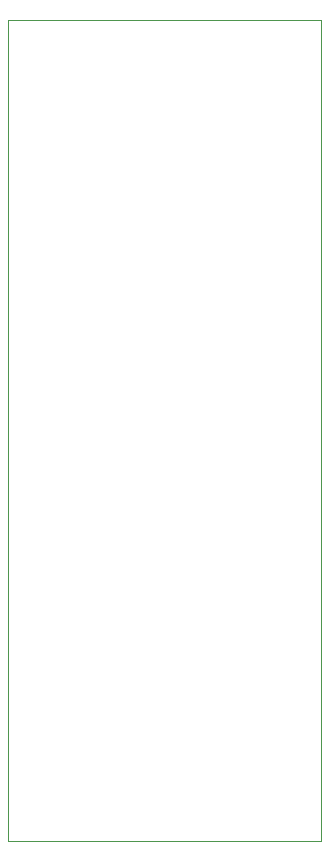
<source format=gbr>
%TF.GenerationSoftware,KiCad,Pcbnew,9.0.4*%
%TF.CreationDate,2025-10-31T11:16:09-04:00*%
%TF.ProjectId,Ethan PCB,45746861-6e20-4504-9342-2e6b69636164,rev?*%
%TF.SameCoordinates,Original*%
%TF.FileFunction,Profile,NP*%
%FSLAX46Y46*%
G04 Gerber Fmt 4.6, Leading zero omitted, Abs format (unit mm)*
G04 Created by KiCad (PCBNEW 9.0.4) date 2025-10-31 11:16:09*
%MOMM*%
%LPD*%
G01*
G04 APERTURE LIST*
%TA.AperFunction,Profile*%
%ADD10C,0.050000*%
%TD*%
G04 APERTURE END LIST*
D10*
X80500000Y-35000000D02*
X107000000Y-35000000D01*
X107000000Y-104500000D01*
X80500000Y-104500000D01*
X80500000Y-35000000D01*
M02*

</source>
